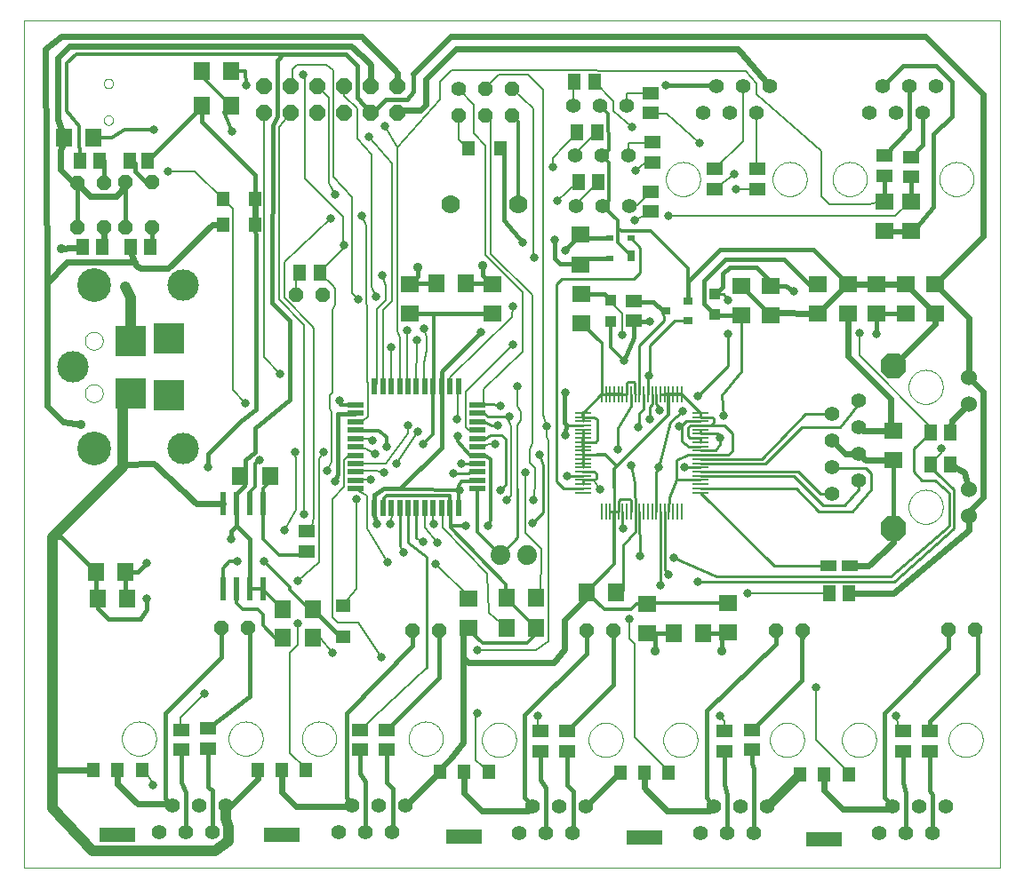
<source format=gtl>
G75*
%MOIN*%
%OFA0B0*%
%FSLAX24Y24*%
%IPPOS*%
%LPD*%
%AMOC8*
5,1,8,0,0,1.08239X$1,22.5*
%
%ADD10C,0.0000*%
%ADD11C,0.0554*%
%ADD12R,0.0630X0.0710*%
%ADD13R,0.0591X0.0512*%
%ADD14OC8,0.0520*%
%ADD15R,0.0512X0.0591*%
%ADD16R,0.0630X0.0709*%
%ADD17C,0.1181*%
%ADD18C,0.1266*%
%ADD19R,0.1181X0.1181*%
%ADD20R,0.0710X0.0630*%
%ADD21R,0.0709X0.0630*%
%ADD22R,0.0630X0.0098*%
%ADD23R,0.0098X0.0630*%
%ADD24R,0.0394X0.0394*%
%ADD25R,0.0354X0.0315*%
%ADD26R,0.0591X0.0394*%
%ADD27C,0.0740*%
%ADD28OC8,0.0600*%
%ADD29C,0.0560*%
%ADD30OC8,0.0560*%
%ADD31R,0.0472X0.0551*%
%ADD32C,0.0551*%
%ADD33R,0.1378X0.0551*%
%ADD34R,0.0276X0.0394*%
%ADD35R,0.0276X0.0236*%
%ADD36R,0.0591X0.0197*%
%ADD37R,0.0197X0.0591*%
%ADD38R,0.0551X0.0472*%
%ADD39OC8,0.0963*%
%ADD40C,0.0600*%
%ADD41C,0.0700*%
%ADD42R,0.0240X0.0870*%
%ADD43C,0.0356*%
%ADD44C,0.0240*%
%ADD45C,0.0160*%
%ADD46C,0.0180*%
%ADD47C,0.0317*%
%ADD48C,0.0400*%
%ADD49C,0.0120*%
%ADD50C,0.0100*%
%ADD51C,0.0320*%
%ADD52C,0.0080*%
D10*
X000100Y000100D02*
X000100Y031896D01*
X036670Y031896D01*
X036670Y000100D01*
X000100Y000100D01*
X003760Y004950D02*
X003762Y005000D01*
X003768Y005050D01*
X003778Y005099D01*
X003791Y005148D01*
X003809Y005195D01*
X003830Y005241D01*
X003854Y005284D01*
X003882Y005326D01*
X003913Y005366D01*
X003947Y005403D01*
X003984Y005437D01*
X004024Y005468D01*
X004066Y005496D01*
X004109Y005520D01*
X004155Y005541D01*
X004202Y005559D01*
X004251Y005572D01*
X004300Y005582D01*
X004350Y005588D01*
X004400Y005590D01*
X004450Y005588D01*
X004500Y005582D01*
X004549Y005572D01*
X004598Y005559D01*
X004645Y005541D01*
X004691Y005520D01*
X004734Y005496D01*
X004776Y005468D01*
X004816Y005437D01*
X004853Y005403D01*
X004887Y005366D01*
X004918Y005326D01*
X004946Y005284D01*
X004970Y005241D01*
X004991Y005195D01*
X005009Y005148D01*
X005022Y005099D01*
X005032Y005050D01*
X005038Y005000D01*
X005040Y004950D01*
X005038Y004900D01*
X005032Y004850D01*
X005022Y004801D01*
X005009Y004752D01*
X004991Y004705D01*
X004970Y004659D01*
X004946Y004616D01*
X004918Y004574D01*
X004887Y004534D01*
X004853Y004497D01*
X004816Y004463D01*
X004776Y004432D01*
X004734Y004404D01*
X004691Y004380D01*
X004645Y004359D01*
X004598Y004341D01*
X004549Y004328D01*
X004500Y004318D01*
X004450Y004312D01*
X004400Y004310D01*
X004350Y004312D01*
X004300Y004318D01*
X004251Y004328D01*
X004202Y004341D01*
X004155Y004359D01*
X004109Y004380D01*
X004066Y004404D01*
X004024Y004432D01*
X003984Y004463D01*
X003947Y004497D01*
X003913Y004534D01*
X003882Y004574D01*
X003854Y004616D01*
X003830Y004659D01*
X003809Y004705D01*
X003791Y004752D01*
X003778Y004801D01*
X003768Y004850D01*
X003762Y004900D01*
X003760Y004950D01*
X007760Y004950D02*
X007762Y005000D01*
X007768Y005050D01*
X007778Y005099D01*
X007791Y005148D01*
X007809Y005195D01*
X007830Y005241D01*
X007854Y005284D01*
X007882Y005326D01*
X007913Y005366D01*
X007947Y005403D01*
X007984Y005437D01*
X008024Y005468D01*
X008066Y005496D01*
X008109Y005520D01*
X008155Y005541D01*
X008202Y005559D01*
X008251Y005572D01*
X008300Y005582D01*
X008350Y005588D01*
X008400Y005590D01*
X008450Y005588D01*
X008500Y005582D01*
X008549Y005572D01*
X008598Y005559D01*
X008645Y005541D01*
X008691Y005520D01*
X008734Y005496D01*
X008776Y005468D01*
X008816Y005437D01*
X008853Y005403D01*
X008887Y005366D01*
X008918Y005326D01*
X008946Y005284D01*
X008970Y005241D01*
X008991Y005195D01*
X009009Y005148D01*
X009022Y005099D01*
X009032Y005050D01*
X009038Y005000D01*
X009040Y004950D01*
X009038Y004900D01*
X009032Y004850D01*
X009022Y004801D01*
X009009Y004752D01*
X008991Y004705D01*
X008970Y004659D01*
X008946Y004616D01*
X008918Y004574D01*
X008887Y004534D01*
X008853Y004497D01*
X008816Y004463D01*
X008776Y004432D01*
X008734Y004404D01*
X008691Y004380D01*
X008645Y004359D01*
X008598Y004341D01*
X008549Y004328D01*
X008500Y004318D01*
X008450Y004312D01*
X008400Y004310D01*
X008350Y004312D01*
X008300Y004318D01*
X008251Y004328D01*
X008202Y004341D01*
X008155Y004359D01*
X008109Y004380D01*
X008066Y004404D01*
X008024Y004432D01*
X007984Y004463D01*
X007947Y004497D01*
X007913Y004534D01*
X007882Y004574D01*
X007854Y004616D01*
X007830Y004659D01*
X007809Y004705D01*
X007791Y004752D01*
X007778Y004801D01*
X007768Y004850D01*
X007762Y004900D01*
X007760Y004950D01*
X010510Y004950D02*
X010512Y005000D01*
X010518Y005050D01*
X010528Y005099D01*
X010541Y005148D01*
X010559Y005195D01*
X010580Y005241D01*
X010604Y005284D01*
X010632Y005326D01*
X010663Y005366D01*
X010697Y005403D01*
X010734Y005437D01*
X010774Y005468D01*
X010816Y005496D01*
X010859Y005520D01*
X010905Y005541D01*
X010952Y005559D01*
X011001Y005572D01*
X011050Y005582D01*
X011100Y005588D01*
X011150Y005590D01*
X011200Y005588D01*
X011250Y005582D01*
X011299Y005572D01*
X011348Y005559D01*
X011395Y005541D01*
X011441Y005520D01*
X011484Y005496D01*
X011526Y005468D01*
X011566Y005437D01*
X011603Y005403D01*
X011637Y005366D01*
X011668Y005326D01*
X011696Y005284D01*
X011720Y005241D01*
X011741Y005195D01*
X011759Y005148D01*
X011772Y005099D01*
X011782Y005050D01*
X011788Y005000D01*
X011790Y004950D01*
X011788Y004900D01*
X011782Y004850D01*
X011772Y004801D01*
X011759Y004752D01*
X011741Y004705D01*
X011720Y004659D01*
X011696Y004616D01*
X011668Y004574D01*
X011637Y004534D01*
X011603Y004497D01*
X011566Y004463D01*
X011526Y004432D01*
X011484Y004404D01*
X011441Y004380D01*
X011395Y004359D01*
X011348Y004341D01*
X011299Y004328D01*
X011250Y004318D01*
X011200Y004312D01*
X011150Y004310D01*
X011100Y004312D01*
X011050Y004318D01*
X011001Y004328D01*
X010952Y004341D01*
X010905Y004359D01*
X010859Y004380D01*
X010816Y004404D01*
X010774Y004432D01*
X010734Y004463D01*
X010697Y004497D01*
X010663Y004534D01*
X010632Y004574D01*
X010604Y004616D01*
X010580Y004659D01*
X010559Y004705D01*
X010541Y004752D01*
X010528Y004801D01*
X010518Y004850D01*
X010512Y004900D01*
X010510Y004950D01*
X014510Y004950D02*
X014512Y005000D01*
X014518Y005050D01*
X014528Y005099D01*
X014541Y005148D01*
X014559Y005195D01*
X014580Y005241D01*
X014604Y005284D01*
X014632Y005326D01*
X014663Y005366D01*
X014697Y005403D01*
X014734Y005437D01*
X014774Y005468D01*
X014816Y005496D01*
X014859Y005520D01*
X014905Y005541D01*
X014952Y005559D01*
X015001Y005572D01*
X015050Y005582D01*
X015100Y005588D01*
X015150Y005590D01*
X015200Y005588D01*
X015250Y005582D01*
X015299Y005572D01*
X015348Y005559D01*
X015395Y005541D01*
X015441Y005520D01*
X015484Y005496D01*
X015526Y005468D01*
X015566Y005437D01*
X015603Y005403D01*
X015637Y005366D01*
X015668Y005326D01*
X015696Y005284D01*
X015720Y005241D01*
X015741Y005195D01*
X015759Y005148D01*
X015772Y005099D01*
X015782Y005050D01*
X015788Y005000D01*
X015790Y004950D01*
X015788Y004900D01*
X015782Y004850D01*
X015772Y004801D01*
X015759Y004752D01*
X015741Y004705D01*
X015720Y004659D01*
X015696Y004616D01*
X015668Y004574D01*
X015637Y004534D01*
X015603Y004497D01*
X015566Y004463D01*
X015526Y004432D01*
X015484Y004404D01*
X015441Y004380D01*
X015395Y004359D01*
X015348Y004341D01*
X015299Y004328D01*
X015250Y004318D01*
X015200Y004312D01*
X015150Y004310D01*
X015100Y004312D01*
X015050Y004318D01*
X015001Y004328D01*
X014952Y004341D01*
X014905Y004359D01*
X014859Y004380D01*
X014816Y004404D01*
X014774Y004432D01*
X014734Y004463D01*
X014697Y004497D01*
X014663Y004534D01*
X014632Y004574D01*
X014604Y004616D01*
X014580Y004659D01*
X014559Y004705D01*
X014541Y004752D01*
X014528Y004801D01*
X014518Y004850D01*
X014512Y004900D01*
X014510Y004950D01*
X017260Y004900D02*
X017262Y004950D01*
X017268Y005000D01*
X017278Y005049D01*
X017291Y005098D01*
X017309Y005145D01*
X017330Y005191D01*
X017354Y005234D01*
X017382Y005276D01*
X017413Y005316D01*
X017447Y005353D01*
X017484Y005387D01*
X017524Y005418D01*
X017566Y005446D01*
X017609Y005470D01*
X017655Y005491D01*
X017702Y005509D01*
X017751Y005522D01*
X017800Y005532D01*
X017850Y005538D01*
X017900Y005540D01*
X017950Y005538D01*
X018000Y005532D01*
X018049Y005522D01*
X018098Y005509D01*
X018145Y005491D01*
X018191Y005470D01*
X018234Y005446D01*
X018276Y005418D01*
X018316Y005387D01*
X018353Y005353D01*
X018387Y005316D01*
X018418Y005276D01*
X018446Y005234D01*
X018470Y005191D01*
X018491Y005145D01*
X018509Y005098D01*
X018522Y005049D01*
X018532Y005000D01*
X018538Y004950D01*
X018540Y004900D01*
X018538Y004850D01*
X018532Y004800D01*
X018522Y004751D01*
X018509Y004702D01*
X018491Y004655D01*
X018470Y004609D01*
X018446Y004566D01*
X018418Y004524D01*
X018387Y004484D01*
X018353Y004447D01*
X018316Y004413D01*
X018276Y004382D01*
X018234Y004354D01*
X018191Y004330D01*
X018145Y004309D01*
X018098Y004291D01*
X018049Y004278D01*
X018000Y004268D01*
X017950Y004262D01*
X017900Y004260D01*
X017850Y004262D01*
X017800Y004268D01*
X017751Y004278D01*
X017702Y004291D01*
X017655Y004309D01*
X017609Y004330D01*
X017566Y004354D01*
X017524Y004382D01*
X017484Y004413D01*
X017447Y004447D01*
X017413Y004484D01*
X017382Y004524D01*
X017354Y004566D01*
X017330Y004609D01*
X017309Y004655D01*
X017291Y004702D01*
X017278Y004751D01*
X017268Y004800D01*
X017262Y004850D01*
X017260Y004900D01*
X021260Y004900D02*
X021262Y004950D01*
X021268Y005000D01*
X021278Y005049D01*
X021291Y005098D01*
X021309Y005145D01*
X021330Y005191D01*
X021354Y005234D01*
X021382Y005276D01*
X021413Y005316D01*
X021447Y005353D01*
X021484Y005387D01*
X021524Y005418D01*
X021566Y005446D01*
X021609Y005470D01*
X021655Y005491D01*
X021702Y005509D01*
X021751Y005522D01*
X021800Y005532D01*
X021850Y005538D01*
X021900Y005540D01*
X021950Y005538D01*
X022000Y005532D01*
X022049Y005522D01*
X022098Y005509D01*
X022145Y005491D01*
X022191Y005470D01*
X022234Y005446D01*
X022276Y005418D01*
X022316Y005387D01*
X022353Y005353D01*
X022387Y005316D01*
X022418Y005276D01*
X022446Y005234D01*
X022470Y005191D01*
X022491Y005145D01*
X022509Y005098D01*
X022522Y005049D01*
X022532Y005000D01*
X022538Y004950D01*
X022540Y004900D01*
X022538Y004850D01*
X022532Y004800D01*
X022522Y004751D01*
X022509Y004702D01*
X022491Y004655D01*
X022470Y004609D01*
X022446Y004566D01*
X022418Y004524D01*
X022387Y004484D01*
X022353Y004447D01*
X022316Y004413D01*
X022276Y004382D01*
X022234Y004354D01*
X022191Y004330D01*
X022145Y004309D01*
X022098Y004291D01*
X022049Y004278D01*
X022000Y004268D01*
X021950Y004262D01*
X021900Y004260D01*
X021850Y004262D01*
X021800Y004268D01*
X021751Y004278D01*
X021702Y004291D01*
X021655Y004309D01*
X021609Y004330D01*
X021566Y004354D01*
X021524Y004382D01*
X021484Y004413D01*
X021447Y004447D01*
X021413Y004484D01*
X021382Y004524D01*
X021354Y004566D01*
X021330Y004609D01*
X021309Y004655D01*
X021291Y004702D01*
X021278Y004751D01*
X021268Y004800D01*
X021262Y004850D01*
X021260Y004900D01*
X024060Y004900D02*
X024062Y004950D01*
X024068Y005000D01*
X024078Y005049D01*
X024091Y005098D01*
X024109Y005145D01*
X024130Y005191D01*
X024154Y005234D01*
X024182Y005276D01*
X024213Y005316D01*
X024247Y005353D01*
X024284Y005387D01*
X024324Y005418D01*
X024366Y005446D01*
X024409Y005470D01*
X024455Y005491D01*
X024502Y005509D01*
X024551Y005522D01*
X024600Y005532D01*
X024650Y005538D01*
X024700Y005540D01*
X024750Y005538D01*
X024800Y005532D01*
X024849Y005522D01*
X024898Y005509D01*
X024945Y005491D01*
X024991Y005470D01*
X025034Y005446D01*
X025076Y005418D01*
X025116Y005387D01*
X025153Y005353D01*
X025187Y005316D01*
X025218Y005276D01*
X025246Y005234D01*
X025270Y005191D01*
X025291Y005145D01*
X025309Y005098D01*
X025322Y005049D01*
X025332Y005000D01*
X025338Y004950D01*
X025340Y004900D01*
X025338Y004850D01*
X025332Y004800D01*
X025322Y004751D01*
X025309Y004702D01*
X025291Y004655D01*
X025270Y004609D01*
X025246Y004566D01*
X025218Y004524D01*
X025187Y004484D01*
X025153Y004447D01*
X025116Y004413D01*
X025076Y004382D01*
X025034Y004354D01*
X024991Y004330D01*
X024945Y004309D01*
X024898Y004291D01*
X024849Y004278D01*
X024800Y004268D01*
X024750Y004262D01*
X024700Y004260D01*
X024650Y004262D01*
X024600Y004268D01*
X024551Y004278D01*
X024502Y004291D01*
X024455Y004309D01*
X024409Y004330D01*
X024366Y004354D01*
X024324Y004382D01*
X024284Y004413D01*
X024247Y004447D01*
X024213Y004484D01*
X024182Y004524D01*
X024154Y004566D01*
X024130Y004609D01*
X024109Y004655D01*
X024091Y004702D01*
X024078Y004751D01*
X024068Y004800D01*
X024062Y004850D01*
X024060Y004900D01*
X028060Y004900D02*
X028062Y004950D01*
X028068Y005000D01*
X028078Y005049D01*
X028091Y005098D01*
X028109Y005145D01*
X028130Y005191D01*
X028154Y005234D01*
X028182Y005276D01*
X028213Y005316D01*
X028247Y005353D01*
X028284Y005387D01*
X028324Y005418D01*
X028366Y005446D01*
X028409Y005470D01*
X028455Y005491D01*
X028502Y005509D01*
X028551Y005522D01*
X028600Y005532D01*
X028650Y005538D01*
X028700Y005540D01*
X028750Y005538D01*
X028800Y005532D01*
X028849Y005522D01*
X028898Y005509D01*
X028945Y005491D01*
X028991Y005470D01*
X029034Y005446D01*
X029076Y005418D01*
X029116Y005387D01*
X029153Y005353D01*
X029187Y005316D01*
X029218Y005276D01*
X029246Y005234D01*
X029270Y005191D01*
X029291Y005145D01*
X029309Y005098D01*
X029322Y005049D01*
X029332Y005000D01*
X029338Y004950D01*
X029340Y004900D01*
X029338Y004850D01*
X029332Y004800D01*
X029322Y004751D01*
X029309Y004702D01*
X029291Y004655D01*
X029270Y004609D01*
X029246Y004566D01*
X029218Y004524D01*
X029187Y004484D01*
X029153Y004447D01*
X029116Y004413D01*
X029076Y004382D01*
X029034Y004354D01*
X028991Y004330D01*
X028945Y004309D01*
X028898Y004291D01*
X028849Y004278D01*
X028800Y004268D01*
X028750Y004262D01*
X028700Y004260D01*
X028650Y004262D01*
X028600Y004268D01*
X028551Y004278D01*
X028502Y004291D01*
X028455Y004309D01*
X028409Y004330D01*
X028366Y004354D01*
X028324Y004382D01*
X028284Y004413D01*
X028247Y004447D01*
X028213Y004484D01*
X028182Y004524D01*
X028154Y004566D01*
X028130Y004609D01*
X028109Y004655D01*
X028091Y004702D01*
X028078Y004751D01*
X028068Y004800D01*
X028062Y004850D01*
X028060Y004900D01*
X030760Y004900D02*
X030762Y004950D01*
X030768Y005000D01*
X030778Y005049D01*
X030791Y005098D01*
X030809Y005145D01*
X030830Y005191D01*
X030854Y005234D01*
X030882Y005276D01*
X030913Y005316D01*
X030947Y005353D01*
X030984Y005387D01*
X031024Y005418D01*
X031066Y005446D01*
X031109Y005470D01*
X031155Y005491D01*
X031202Y005509D01*
X031251Y005522D01*
X031300Y005532D01*
X031350Y005538D01*
X031400Y005540D01*
X031450Y005538D01*
X031500Y005532D01*
X031549Y005522D01*
X031598Y005509D01*
X031645Y005491D01*
X031691Y005470D01*
X031734Y005446D01*
X031776Y005418D01*
X031816Y005387D01*
X031853Y005353D01*
X031887Y005316D01*
X031918Y005276D01*
X031946Y005234D01*
X031970Y005191D01*
X031991Y005145D01*
X032009Y005098D01*
X032022Y005049D01*
X032032Y005000D01*
X032038Y004950D01*
X032040Y004900D01*
X032038Y004850D01*
X032032Y004800D01*
X032022Y004751D01*
X032009Y004702D01*
X031991Y004655D01*
X031970Y004609D01*
X031946Y004566D01*
X031918Y004524D01*
X031887Y004484D01*
X031853Y004447D01*
X031816Y004413D01*
X031776Y004382D01*
X031734Y004354D01*
X031691Y004330D01*
X031645Y004309D01*
X031598Y004291D01*
X031549Y004278D01*
X031500Y004268D01*
X031450Y004262D01*
X031400Y004260D01*
X031350Y004262D01*
X031300Y004268D01*
X031251Y004278D01*
X031202Y004291D01*
X031155Y004309D01*
X031109Y004330D01*
X031066Y004354D01*
X031024Y004382D01*
X030984Y004413D01*
X030947Y004447D01*
X030913Y004484D01*
X030882Y004524D01*
X030854Y004566D01*
X030830Y004609D01*
X030809Y004655D01*
X030791Y004702D01*
X030778Y004751D01*
X030768Y004800D01*
X030762Y004850D01*
X030760Y004900D01*
X034760Y004900D02*
X034762Y004950D01*
X034768Y005000D01*
X034778Y005049D01*
X034791Y005098D01*
X034809Y005145D01*
X034830Y005191D01*
X034854Y005234D01*
X034882Y005276D01*
X034913Y005316D01*
X034947Y005353D01*
X034984Y005387D01*
X035024Y005418D01*
X035066Y005446D01*
X035109Y005470D01*
X035155Y005491D01*
X035202Y005509D01*
X035251Y005522D01*
X035300Y005532D01*
X035350Y005538D01*
X035400Y005540D01*
X035450Y005538D01*
X035500Y005532D01*
X035549Y005522D01*
X035598Y005509D01*
X035645Y005491D01*
X035691Y005470D01*
X035734Y005446D01*
X035776Y005418D01*
X035816Y005387D01*
X035853Y005353D01*
X035887Y005316D01*
X035918Y005276D01*
X035946Y005234D01*
X035970Y005191D01*
X035991Y005145D01*
X036009Y005098D01*
X036022Y005049D01*
X036032Y005000D01*
X036038Y004950D01*
X036040Y004900D01*
X036038Y004850D01*
X036032Y004800D01*
X036022Y004751D01*
X036009Y004702D01*
X035991Y004655D01*
X035970Y004609D01*
X035946Y004566D01*
X035918Y004524D01*
X035887Y004484D01*
X035853Y004447D01*
X035816Y004413D01*
X035776Y004382D01*
X035734Y004354D01*
X035691Y004330D01*
X035645Y004309D01*
X035598Y004291D01*
X035549Y004278D01*
X035500Y004268D01*
X035450Y004262D01*
X035400Y004260D01*
X035350Y004262D01*
X035300Y004268D01*
X035251Y004278D01*
X035202Y004291D01*
X035155Y004309D01*
X035109Y004330D01*
X035066Y004354D01*
X035024Y004382D01*
X034984Y004413D01*
X034947Y004447D01*
X034913Y004484D01*
X034882Y004524D01*
X034854Y004566D01*
X034830Y004609D01*
X034809Y004655D01*
X034791Y004702D01*
X034778Y004751D01*
X034768Y004800D01*
X034762Y004850D01*
X034760Y004900D01*
X033260Y013650D02*
X033262Y013700D01*
X033268Y013750D01*
X033278Y013799D01*
X033291Y013848D01*
X033309Y013895D01*
X033330Y013941D01*
X033354Y013984D01*
X033382Y014026D01*
X033413Y014066D01*
X033447Y014103D01*
X033484Y014137D01*
X033524Y014168D01*
X033566Y014196D01*
X033609Y014220D01*
X033655Y014241D01*
X033702Y014259D01*
X033751Y014272D01*
X033800Y014282D01*
X033850Y014288D01*
X033900Y014290D01*
X033950Y014288D01*
X034000Y014282D01*
X034049Y014272D01*
X034098Y014259D01*
X034145Y014241D01*
X034191Y014220D01*
X034234Y014196D01*
X034276Y014168D01*
X034316Y014137D01*
X034353Y014103D01*
X034387Y014066D01*
X034418Y014026D01*
X034446Y013984D01*
X034470Y013941D01*
X034491Y013895D01*
X034509Y013848D01*
X034522Y013799D01*
X034532Y013750D01*
X034538Y013700D01*
X034540Y013650D01*
X034538Y013600D01*
X034532Y013550D01*
X034522Y013501D01*
X034509Y013452D01*
X034491Y013405D01*
X034470Y013359D01*
X034446Y013316D01*
X034418Y013274D01*
X034387Y013234D01*
X034353Y013197D01*
X034316Y013163D01*
X034276Y013132D01*
X034234Y013104D01*
X034191Y013080D01*
X034145Y013059D01*
X034098Y013041D01*
X034049Y013028D01*
X034000Y013018D01*
X033950Y013012D01*
X033900Y013010D01*
X033850Y013012D01*
X033800Y013018D01*
X033751Y013028D01*
X033702Y013041D01*
X033655Y013059D01*
X033609Y013080D01*
X033566Y013104D01*
X033524Y013132D01*
X033484Y013163D01*
X033447Y013197D01*
X033413Y013234D01*
X033382Y013274D01*
X033354Y013316D01*
X033330Y013359D01*
X033309Y013405D01*
X033291Y013452D01*
X033278Y013501D01*
X033268Y013550D01*
X033262Y013600D01*
X033260Y013650D01*
X033260Y018150D02*
X033262Y018200D01*
X033268Y018250D01*
X033278Y018299D01*
X033291Y018348D01*
X033309Y018395D01*
X033330Y018441D01*
X033354Y018484D01*
X033382Y018526D01*
X033413Y018566D01*
X033447Y018603D01*
X033484Y018637D01*
X033524Y018668D01*
X033566Y018696D01*
X033609Y018720D01*
X033655Y018741D01*
X033702Y018759D01*
X033751Y018772D01*
X033800Y018782D01*
X033850Y018788D01*
X033900Y018790D01*
X033950Y018788D01*
X034000Y018782D01*
X034049Y018772D01*
X034098Y018759D01*
X034145Y018741D01*
X034191Y018720D01*
X034234Y018696D01*
X034276Y018668D01*
X034316Y018637D01*
X034353Y018603D01*
X034387Y018566D01*
X034418Y018526D01*
X034446Y018484D01*
X034470Y018441D01*
X034491Y018395D01*
X034509Y018348D01*
X034522Y018299D01*
X034532Y018250D01*
X034538Y018200D01*
X034540Y018150D01*
X034538Y018100D01*
X034532Y018050D01*
X034522Y018001D01*
X034509Y017952D01*
X034491Y017905D01*
X034470Y017859D01*
X034446Y017816D01*
X034418Y017774D01*
X034387Y017734D01*
X034353Y017697D01*
X034316Y017663D01*
X034276Y017632D01*
X034234Y017604D01*
X034191Y017580D01*
X034145Y017559D01*
X034098Y017541D01*
X034049Y017528D01*
X034000Y017518D01*
X033950Y017512D01*
X033900Y017510D01*
X033850Y017512D01*
X033800Y017518D01*
X033751Y017528D01*
X033702Y017541D01*
X033655Y017559D01*
X033609Y017580D01*
X033566Y017604D01*
X033524Y017632D01*
X033484Y017663D01*
X033447Y017697D01*
X033413Y017734D01*
X033382Y017774D01*
X033354Y017816D01*
X033330Y017859D01*
X033309Y017905D01*
X033291Y017952D01*
X033278Y018001D01*
X033268Y018050D01*
X033262Y018100D01*
X033260Y018150D01*
X034410Y025950D02*
X034412Y026000D01*
X034418Y026050D01*
X034428Y026099D01*
X034441Y026148D01*
X034459Y026195D01*
X034480Y026241D01*
X034504Y026284D01*
X034532Y026326D01*
X034563Y026366D01*
X034597Y026403D01*
X034634Y026437D01*
X034674Y026468D01*
X034716Y026496D01*
X034759Y026520D01*
X034805Y026541D01*
X034852Y026559D01*
X034901Y026572D01*
X034950Y026582D01*
X035000Y026588D01*
X035050Y026590D01*
X035100Y026588D01*
X035150Y026582D01*
X035199Y026572D01*
X035248Y026559D01*
X035295Y026541D01*
X035341Y026520D01*
X035384Y026496D01*
X035426Y026468D01*
X035466Y026437D01*
X035503Y026403D01*
X035537Y026366D01*
X035568Y026326D01*
X035596Y026284D01*
X035620Y026241D01*
X035641Y026195D01*
X035659Y026148D01*
X035672Y026099D01*
X035682Y026050D01*
X035688Y026000D01*
X035690Y025950D01*
X035688Y025900D01*
X035682Y025850D01*
X035672Y025801D01*
X035659Y025752D01*
X035641Y025705D01*
X035620Y025659D01*
X035596Y025616D01*
X035568Y025574D01*
X035537Y025534D01*
X035503Y025497D01*
X035466Y025463D01*
X035426Y025432D01*
X035384Y025404D01*
X035341Y025380D01*
X035295Y025359D01*
X035248Y025341D01*
X035199Y025328D01*
X035150Y025318D01*
X035100Y025312D01*
X035050Y025310D01*
X035000Y025312D01*
X034950Y025318D01*
X034901Y025328D01*
X034852Y025341D01*
X034805Y025359D01*
X034759Y025380D01*
X034716Y025404D01*
X034674Y025432D01*
X034634Y025463D01*
X034597Y025497D01*
X034563Y025534D01*
X034532Y025574D01*
X034504Y025616D01*
X034480Y025659D01*
X034459Y025705D01*
X034441Y025752D01*
X034428Y025801D01*
X034418Y025850D01*
X034412Y025900D01*
X034410Y025950D01*
X030410Y025950D02*
X030412Y026000D01*
X030418Y026050D01*
X030428Y026099D01*
X030441Y026148D01*
X030459Y026195D01*
X030480Y026241D01*
X030504Y026284D01*
X030532Y026326D01*
X030563Y026366D01*
X030597Y026403D01*
X030634Y026437D01*
X030674Y026468D01*
X030716Y026496D01*
X030759Y026520D01*
X030805Y026541D01*
X030852Y026559D01*
X030901Y026572D01*
X030950Y026582D01*
X031000Y026588D01*
X031050Y026590D01*
X031100Y026588D01*
X031150Y026582D01*
X031199Y026572D01*
X031248Y026559D01*
X031295Y026541D01*
X031341Y026520D01*
X031384Y026496D01*
X031426Y026468D01*
X031466Y026437D01*
X031503Y026403D01*
X031537Y026366D01*
X031568Y026326D01*
X031596Y026284D01*
X031620Y026241D01*
X031641Y026195D01*
X031659Y026148D01*
X031672Y026099D01*
X031682Y026050D01*
X031688Y026000D01*
X031690Y025950D01*
X031688Y025900D01*
X031682Y025850D01*
X031672Y025801D01*
X031659Y025752D01*
X031641Y025705D01*
X031620Y025659D01*
X031596Y025616D01*
X031568Y025574D01*
X031537Y025534D01*
X031503Y025497D01*
X031466Y025463D01*
X031426Y025432D01*
X031384Y025404D01*
X031341Y025380D01*
X031295Y025359D01*
X031248Y025341D01*
X031199Y025328D01*
X031150Y025318D01*
X031100Y025312D01*
X031050Y025310D01*
X031000Y025312D01*
X030950Y025318D01*
X030901Y025328D01*
X030852Y025341D01*
X030805Y025359D01*
X030759Y025380D01*
X030716Y025404D01*
X030674Y025432D01*
X030634Y025463D01*
X030597Y025497D01*
X030563Y025534D01*
X030532Y025574D01*
X030504Y025616D01*
X030480Y025659D01*
X030459Y025705D01*
X030441Y025752D01*
X030428Y025801D01*
X030418Y025850D01*
X030412Y025900D01*
X030410Y025950D01*
X028160Y025950D02*
X028162Y026000D01*
X028168Y026050D01*
X028178Y026099D01*
X028191Y026148D01*
X028209Y026195D01*
X028230Y026241D01*
X028254Y026284D01*
X028282Y026326D01*
X028313Y026366D01*
X028347Y026403D01*
X028384Y026437D01*
X028424Y026468D01*
X028466Y026496D01*
X028509Y026520D01*
X028555Y026541D01*
X028602Y026559D01*
X028651Y026572D01*
X028700Y026582D01*
X028750Y026588D01*
X028800Y026590D01*
X028850Y026588D01*
X028900Y026582D01*
X028949Y026572D01*
X028998Y026559D01*
X029045Y026541D01*
X029091Y026520D01*
X029134Y026496D01*
X029176Y026468D01*
X029216Y026437D01*
X029253Y026403D01*
X029287Y026366D01*
X029318Y026326D01*
X029346Y026284D01*
X029370Y026241D01*
X029391Y026195D01*
X029409Y026148D01*
X029422Y026099D01*
X029432Y026050D01*
X029438Y026000D01*
X029440Y025950D01*
X029438Y025900D01*
X029432Y025850D01*
X029422Y025801D01*
X029409Y025752D01*
X029391Y025705D01*
X029370Y025659D01*
X029346Y025616D01*
X029318Y025574D01*
X029287Y025534D01*
X029253Y025497D01*
X029216Y025463D01*
X029176Y025432D01*
X029134Y025404D01*
X029091Y025380D01*
X029045Y025359D01*
X028998Y025341D01*
X028949Y025328D01*
X028900Y025318D01*
X028850Y025312D01*
X028800Y025310D01*
X028750Y025312D01*
X028700Y025318D01*
X028651Y025328D01*
X028602Y025341D01*
X028555Y025359D01*
X028509Y025380D01*
X028466Y025404D01*
X028424Y025432D01*
X028384Y025463D01*
X028347Y025497D01*
X028313Y025534D01*
X028282Y025574D01*
X028254Y025616D01*
X028230Y025659D01*
X028209Y025705D01*
X028191Y025752D01*
X028178Y025801D01*
X028168Y025850D01*
X028162Y025900D01*
X028160Y025950D01*
X024160Y025950D02*
X024162Y026000D01*
X024168Y026050D01*
X024178Y026099D01*
X024191Y026148D01*
X024209Y026195D01*
X024230Y026241D01*
X024254Y026284D01*
X024282Y026326D01*
X024313Y026366D01*
X024347Y026403D01*
X024384Y026437D01*
X024424Y026468D01*
X024466Y026496D01*
X024509Y026520D01*
X024555Y026541D01*
X024602Y026559D01*
X024651Y026572D01*
X024700Y026582D01*
X024750Y026588D01*
X024800Y026590D01*
X024850Y026588D01*
X024900Y026582D01*
X024949Y026572D01*
X024998Y026559D01*
X025045Y026541D01*
X025091Y026520D01*
X025134Y026496D01*
X025176Y026468D01*
X025216Y026437D01*
X025253Y026403D01*
X025287Y026366D01*
X025318Y026326D01*
X025346Y026284D01*
X025370Y026241D01*
X025391Y026195D01*
X025409Y026148D01*
X025422Y026099D01*
X025432Y026050D01*
X025438Y026000D01*
X025440Y025950D01*
X025438Y025900D01*
X025432Y025850D01*
X025422Y025801D01*
X025409Y025752D01*
X025391Y025705D01*
X025370Y025659D01*
X025346Y025616D01*
X025318Y025574D01*
X025287Y025534D01*
X025253Y025497D01*
X025216Y025463D01*
X025176Y025432D01*
X025134Y025404D01*
X025091Y025380D01*
X025045Y025359D01*
X024998Y025341D01*
X024949Y025328D01*
X024900Y025318D01*
X024850Y025312D01*
X024800Y025310D01*
X024750Y025312D01*
X024700Y025318D01*
X024651Y025328D01*
X024602Y025341D01*
X024555Y025359D01*
X024509Y025380D01*
X024466Y025404D01*
X024424Y025432D01*
X024384Y025463D01*
X024347Y025497D01*
X024313Y025534D01*
X024282Y025574D01*
X024254Y025616D01*
X024230Y025659D01*
X024209Y025705D01*
X024191Y025752D01*
X024178Y025801D01*
X024168Y025850D01*
X024162Y025900D01*
X024160Y025950D01*
X003073Y028161D02*
X003075Y028187D01*
X003081Y028213D01*
X003091Y028238D01*
X003104Y028261D01*
X003120Y028281D01*
X003140Y028299D01*
X003162Y028314D01*
X003185Y028326D01*
X003211Y028334D01*
X003237Y028338D01*
X003263Y028338D01*
X003289Y028334D01*
X003315Y028326D01*
X003339Y028314D01*
X003360Y028299D01*
X003380Y028281D01*
X003396Y028261D01*
X003409Y028238D01*
X003419Y028213D01*
X003425Y028187D01*
X003427Y028161D01*
X003425Y028135D01*
X003419Y028109D01*
X003409Y028084D01*
X003396Y028061D01*
X003380Y028041D01*
X003360Y028023D01*
X003338Y028008D01*
X003315Y027996D01*
X003289Y027988D01*
X003263Y027984D01*
X003237Y027984D01*
X003211Y027988D01*
X003185Y027996D01*
X003161Y028008D01*
X003140Y028023D01*
X003120Y028041D01*
X003104Y028061D01*
X003091Y028084D01*
X003081Y028109D01*
X003075Y028135D01*
X003073Y028161D01*
X003073Y029539D02*
X003075Y029565D01*
X003081Y029591D01*
X003091Y029616D01*
X003104Y029639D01*
X003120Y029659D01*
X003140Y029677D01*
X003162Y029692D01*
X003185Y029704D01*
X003211Y029712D01*
X003237Y029716D01*
X003263Y029716D01*
X003289Y029712D01*
X003315Y029704D01*
X003339Y029692D01*
X003360Y029677D01*
X003380Y029659D01*
X003396Y029639D01*
X003409Y029616D01*
X003419Y029591D01*
X003425Y029565D01*
X003427Y029539D01*
X003425Y029513D01*
X003419Y029487D01*
X003409Y029462D01*
X003396Y029439D01*
X003380Y029419D01*
X003360Y029401D01*
X003338Y029386D01*
X003315Y029374D01*
X003289Y029366D01*
X003263Y029362D01*
X003237Y029362D01*
X003211Y029366D01*
X003185Y029374D01*
X003161Y029386D01*
X003140Y029401D01*
X003120Y029419D01*
X003104Y029439D01*
X003091Y029462D01*
X003081Y029487D01*
X003075Y029513D01*
X003073Y029539D01*
X002369Y019884D02*
X002371Y019920D01*
X002377Y019956D01*
X002387Y019991D01*
X002400Y020025D01*
X002417Y020057D01*
X002437Y020087D01*
X002461Y020114D01*
X002487Y020139D01*
X002516Y020161D01*
X002547Y020180D01*
X002580Y020195D01*
X002614Y020207D01*
X002650Y020215D01*
X002686Y020219D01*
X002722Y020219D01*
X002758Y020215D01*
X002794Y020207D01*
X002828Y020195D01*
X002861Y020180D01*
X002892Y020161D01*
X002921Y020139D01*
X002947Y020114D01*
X002971Y020087D01*
X002991Y020057D01*
X003008Y020025D01*
X003021Y019991D01*
X003031Y019956D01*
X003037Y019920D01*
X003039Y019884D01*
X003037Y019848D01*
X003031Y019812D01*
X003021Y019777D01*
X003008Y019743D01*
X002991Y019711D01*
X002971Y019681D01*
X002947Y019654D01*
X002921Y019629D01*
X002892Y019607D01*
X002861Y019588D01*
X002828Y019573D01*
X002794Y019561D01*
X002758Y019553D01*
X002722Y019549D01*
X002686Y019549D01*
X002650Y019553D01*
X002614Y019561D01*
X002580Y019573D01*
X002547Y019588D01*
X002516Y019607D01*
X002487Y019629D01*
X002461Y019654D01*
X002437Y019681D01*
X002417Y019711D01*
X002400Y019743D01*
X002387Y019777D01*
X002377Y019812D01*
X002371Y019848D01*
X002369Y019884D01*
X002369Y017916D02*
X002371Y017952D01*
X002377Y017988D01*
X002387Y018023D01*
X002400Y018057D01*
X002417Y018089D01*
X002437Y018119D01*
X002461Y018146D01*
X002487Y018171D01*
X002516Y018193D01*
X002547Y018212D01*
X002580Y018227D01*
X002614Y018239D01*
X002650Y018247D01*
X002686Y018251D01*
X002722Y018251D01*
X002758Y018247D01*
X002794Y018239D01*
X002828Y018227D01*
X002861Y018212D01*
X002892Y018193D01*
X002921Y018171D01*
X002947Y018146D01*
X002971Y018119D01*
X002991Y018089D01*
X003008Y018057D01*
X003021Y018023D01*
X003031Y017988D01*
X003037Y017952D01*
X003039Y017916D01*
X003037Y017880D01*
X003031Y017844D01*
X003021Y017809D01*
X003008Y017775D01*
X002991Y017743D01*
X002971Y017713D01*
X002947Y017686D01*
X002921Y017661D01*
X002892Y017639D01*
X002861Y017620D01*
X002828Y017605D01*
X002794Y017593D01*
X002758Y017585D01*
X002722Y017581D01*
X002686Y017581D01*
X002650Y017585D01*
X002614Y017593D01*
X002580Y017605D01*
X002547Y017620D01*
X002516Y017639D01*
X002487Y017661D01*
X002461Y017686D01*
X002437Y017713D01*
X002417Y017743D01*
X002400Y017775D01*
X002387Y017809D01*
X002377Y017844D01*
X002371Y017880D01*
X002369Y017916D01*
D11*
X005650Y002450D03*
X006650Y002450D03*
X007650Y002450D03*
X007150Y001450D03*
X006150Y001450D03*
X005150Y001450D03*
X011900Y001450D03*
X012900Y001450D03*
X013900Y001450D03*
X013400Y002450D03*
X014400Y002450D03*
X012400Y002450D03*
X018650Y001400D03*
X019650Y001400D03*
X020650Y001400D03*
X020150Y002400D03*
X021150Y002400D03*
X019150Y002400D03*
X025450Y001400D03*
X026450Y001400D03*
X027450Y001400D03*
X026950Y002400D03*
X025950Y002400D03*
X027950Y002400D03*
X032150Y001400D03*
X033150Y001400D03*
X034150Y001400D03*
X033650Y002400D03*
X032650Y002400D03*
X034650Y002400D03*
X030400Y014150D03*
X031400Y014650D03*
X030400Y015150D03*
X031400Y015650D03*
X030400Y016150D03*
X031400Y016650D03*
X030400Y017150D03*
X031400Y017650D03*
X031800Y028450D03*
X032800Y028450D03*
X033800Y028450D03*
X033300Y029450D03*
X032300Y029450D03*
X034300Y029450D03*
X028050Y029450D03*
X027050Y029450D03*
X026050Y029450D03*
X025550Y028450D03*
X026550Y028450D03*
X027550Y028450D03*
D12*
X016660Y022050D03*
X015540Y022050D03*
X009310Y014800D03*
X008190Y014800D03*
X009790Y009800D03*
X009790Y008750D03*
X010910Y008750D03*
X010910Y009800D03*
X024440Y008900D03*
X025560Y008900D03*
D13*
X026350Y005224D03*
X027400Y005274D03*
X027400Y004526D03*
X026350Y004476D03*
X020450Y004476D03*
X020450Y005224D03*
X019450Y005224D03*
X019450Y004476D03*
X013700Y004526D03*
X013700Y005274D03*
X012700Y005274D03*
X012700Y004526D03*
X007000Y004576D03*
X007000Y005324D03*
X006000Y005274D03*
X006000Y004526D03*
X010700Y011976D03*
X010700Y012724D03*
X022950Y020626D03*
X022950Y021374D03*
X023600Y024726D03*
X023600Y025474D03*
X023650Y026576D03*
X023650Y027324D03*
X023600Y028426D03*
X023600Y029174D03*
X026000Y026324D03*
X026000Y025576D03*
X027600Y025576D03*
X027600Y026324D03*
X032350Y026076D03*
X032350Y026824D03*
X033350Y026774D03*
X033350Y026026D03*
X033050Y005224D03*
X034050Y005224D03*
X034050Y004476D03*
X033050Y004476D03*
D14*
X034750Y009050D03*
X035750Y009050D03*
X029300Y009000D03*
X028300Y009000D03*
X022200Y009000D03*
X021200Y009000D03*
X015650Y009000D03*
X014650Y009000D03*
X008500Y009100D03*
X007500Y009100D03*
X010300Y021600D03*
X011300Y021600D03*
X004900Y024150D03*
X003900Y024150D03*
X003100Y024150D03*
X002100Y024150D03*
X002100Y025800D03*
X003100Y025800D03*
X003900Y025850D03*
X004900Y025850D03*
D15*
X004735Y026650D03*
X004065Y026650D03*
X002924Y026650D03*
X002176Y026650D03*
X002276Y023400D03*
X003024Y023400D03*
X004076Y023400D03*
X004824Y023400D03*
X010426Y022450D03*
X011174Y022450D03*
X020726Y029600D03*
X021474Y029600D03*
X021574Y027700D03*
X020826Y027700D03*
X020876Y025850D03*
X021624Y025850D03*
X034076Y016450D03*
X034824Y016450D03*
X034824Y015250D03*
X034076Y015250D03*
X031024Y010400D03*
X030276Y010400D03*
D16*
X022301Y010450D03*
X021199Y010450D03*
X019301Y010250D03*
X018199Y010250D03*
X018199Y009100D03*
X019301Y009100D03*
X003951Y010200D03*
X002849Y010200D03*
X002799Y011200D03*
X003901Y011200D03*
X002701Y027500D03*
X001599Y027500D03*
X006749Y028700D03*
X007851Y028700D03*
X007851Y030000D03*
X006749Y030000D03*
D17*
X006050Y021971D03*
X001916Y018900D03*
X006050Y015829D03*
D18*
X002704Y015829D03*
X002704Y021971D03*
D19*
X004081Y019884D03*
X005519Y019963D03*
X005519Y017837D03*
X004081Y017916D03*
D20*
X016750Y010210D03*
X016750Y009090D03*
X020950Y022740D03*
X020950Y023860D03*
X032350Y023990D03*
X033350Y023990D03*
X033350Y025110D03*
X032350Y025110D03*
D21*
X032050Y022001D03*
X031000Y022001D03*
X029850Y022001D03*
X029850Y020899D03*
X031000Y020899D03*
X032050Y020899D03*
X033150Y020899D03*
X034250Y020899D03*
X034250Y022001D03*
X033150Y022001D03*
X028100Y021951D03*
X027000Y021951D03*
X027000Y020849D03*
X028100Y020849D03*
X032700Y016501D03*
X032700Y015399D03*
X026500Y010051D03*
X026500Y008949D03*
X023450Y008899D03*
X023450Y010001D03*
X021000Y020549D03*
X021000Y021651D03*
X017650Y022001D03*
X017650Y020899D03*
X014550Y020899D03*
X014550Y022001D03*
D22*
X021039Y017176D03*
X021039Y017019D03*
X021039Y016861D03*
X021039Y016704D03*
X021039Y016546D03*
X021039Y016389D03*
X021039Y016232D03*
X021039Y016074D03*
X021039Y015917D03*
X021039Y015759D03*
X021039Y015602D03*
X021039Y015444D03*
X021039Y015287D03*
X021039Y015129D03*
X021039Y014972D03*
X021039Y014814D03*
X021039Y014657D03*
X021039Y014499D03*
X021039Y014342D03*
X021039Y014184D03*
X025449Y014184D03*
X025449Y014342D03*
X025449Y014499D03*
X025449Y014657D03*
X025449Y014814D03*
X025449Y014972D03*
X025449Y015129D03*
X025449Y015287D03*
X025449Y015444D03*
X025449Y015602D03*
X025449Y015759D03*
X025449Y015917D03*
X025449Y016074D03*
X025449Y016232D03*
X025449Y016389D03*
X025449Y016546D03*
X025449Y016704D03*
X025449Y016861D03*
X025449Y017019D03*
X025449Y017176D03*
D23*
X024740Y017885D03*
X024583Y017885D03*
X024425Y017885D03*
X024268Y017885D03*
X024110Y017885D03*
X023953Y017885D03*
X023795Y017885D03*
X023638Y017885D03*
X023480Y017885D03*
X023323Y017885D03*
X023165Y017885D03*
X023008Y017885D03*
X022850Y017885D03*
X022693Y017885D03*
X022535Y017885D03*
X022378Y017885D03*
X022220Y017885D03*
X022063Y017885D03*
X021905Y017885D03*
X021748Y017885D03*
X021748Y013476D03*
X021905Y013476D03*
X022063Y013476D03*
X022220Y013476D03*
X022378Y013476D03*
X022535Y013476D03*
X022693Y013476D03*
X022850Y013476D03*
X023008Y013476D03*
X023165Y013476D03*
X023323Y013476D03*
X023480Y013476D03*
X023638Y013476D03*
X023795Y013476D03*
X023953Y013476D03*
X024110Y013476D03*
X024268Y013476D03*
X024425Y013476D03*
X024583Y013476D03*
X024740Y013476D03*
D24*
X022100Y020606D03*
X022100Y021394D03*
X026000Y021644D03*
X026000Y020856D03*
D25*
X024994Y020626D03*
X024994Y021374D03*
X024167Y021000D03*
D26*
X030236Y011450D03*
X031064Y011450D03*
D27*
X018950Y011850D03*
X017950Y011850D03*
D28*
X014100Y028450D03*
X013100Y028450D03*
X012100Y028450D03*
X011100Y028450D03*
X010100Y028450D03*
X009100Y028450D03*
X009100Y029450D03*
X010100Y029450D03*
X011100Y029450D03*
X012100Y029450D03*
X013100Y029450D03*
X014100Y029450D03*
D29*
X016400Y029350D03*
D30*
X016400Y028350D03*
X017400Y028350D03*
X018400Y028350D03*
X018400Y029350D03*
X017400Y029350D03*
D31*
X017941Y027100D03*
X016759Y027100D03*
X008741Y025200D03*
X008741Y024250D03*
X007559Y024250D03*
X007559Y025200D03*
X008840Y003770D03*
X009750Y003770D03*
X010660Y003770D03*
X015690Y003720D03*
X016600Y003720D03*
X017510Y003720D03*
X022440Y003670D03*
X023350Y003670D03*
X024260Y003670D03*
X029190Y003620D03*
X030100Y003620D03*
X031010Y003620D03*
X004510Y003770D03*
X003600Y003770D03*
X002690Y003770D03*
D32*
X020800Y024950D03*
X021800Y024950D03*
X022800Y024950D03*
X022750Y026850D03*
X021750Y026850D03*
X020750Y026850D03*
X020700Y028700D03*
X021700Y028700D03*
X022700Y028700D03*
D33*
X016600Y001280D03*
X023350Y001230D03*
X030100Y001180D03*
X009750Y001330D03*
X003600Y001330D03*
D34*
X022844Y023055D03*
D35*
X022844Y023724D03*
X022056Y023724D03*
X022056Y022976D03*
D36*
X017083Y017475D03*
X017083Y017160D03*
X017083Y016845D03*
X017083Y016530D03*
X017083Y016215D03*
X017083Y015900D03*
X017083Y015585D03*
X017083Y015270D03*
X017083Y014955D03*
X017083Y014640D03*
X017083Y014325D03*
X012517Y014325D03*
X012517Y014640D03*
X012517Y014955D03*
X012517Y015270D03*
X012517Y015585D03*
X012517Y015900D03*
X012517Y016215D03*
X012517Y016530D03*
X012517Y016845D03*
X012517Y017160D03*
X012517Y017475D03*
D37*
X013225Y018183D03*
X013540Y018183D03*
X013855Y018183D03*
X014170Y018183D03*
X014485Y018183D03*
X014800Y018183D03*
X015115Y018183D03*
X015430Y018183D03*
X015745Y018183D03*
X016060Y018183D03*
X016375Y018183D03*
X016375Y013617D03*
X016060Y013617D03*
X015745Y013617D03*
X015430Y013617D03*
X015115Y013617D03*
X014800Y013617D03*
X014485Y013617D03*
X014170Y013617D03*
X013855Y013617D03*
X013540Y013617D03*
X013225Y013617D03*
D38*
X012050Y009941D03*
X012050Y008759D03*
D39*
X032699Y012851D03*
X032699Y018949D03*
D40*
X035506Y018508D03*
X035506Y017508D03*
X035506Y014292D03*
X035506Y013292D03*
D41*
X018630Y025000D03*
X016070Y025000D03*
D42*
X009050Y013755D03*
X008550Y013755D03*
X008050Y013755D03*
X007550Y013755D03*
X007550Y010570D03*
X008050Y010570D03*
X008550Y010570D03*
X009050Y010570D03*
D43*
X002232Y016750D03*
X003900Y021900D03*
X001500Y023350D03*
X014850Y022650D03*
X017300Y022700D03*
X023750Y008250D03*
X026250Y008250D03*
D44*
X021199Y010249D02*
X020350Y009400D01*
X020350Y008300D01*
X019950Y007800D01*
X016750Y007800D01*
X016550Y008000D01*
X016550Y004800D01*
X016100Y004200D01*
X015700Y003800D01*
X015700Y003700D01*
X015690Y003720D02*
X015670Y003720D01*
X014400Y002450D01*
X012400Y002450D02*
X012350Y002400D01*
X010300Y002400D01*
X009750Y002950D01*
X009750Y003770D01*
X008840Y003770D02*
X008840Y003440D01*
X007850Y002450D01*
X007650Y002450D01*
X005650Y002450D02*
X005600Y002500D01*
X004350Y002500D01*
X003600Y003250D01*
X003600Y003770D01*
X002690Y003770D02*
X001170Y003770D01*
X001150Y003750D01*
X006545Y013760D02*
X007550Y013755D01*
X006545Y013760D02*
X004960Y015260D01*
X003800Y015250D01*
X002232Y016750D02*
X001550Y016850D01*
X000950Y017450D01*
X000950Y022050D01*
X001700Y022850D01*
X004250Y022850D01*
X004300Y022700D01*
X004450Y022600D01*
X005500Y022600D01*
X007150Y024250D01*
X007559Y024250D01*
X008741Y024250D02*
X008741Y025200D01*
X013100Y028450D02*
X013150Y028450D01*
X014100Y028450D02*
X014200Y028550D01*
X014950Y028550D01*
X015150Y028750D01*
X015150Y029700D01*
X016300Y030850D01*
X026850Y030850D01*
X028050Y029450D01*
X033900Y031300D02*
X036050Y029150D01*
X036050Y023801D01*
X034250Y022001D01*
X035506Y020745D01*
X035506Y018508D01*
X036050Y017965D01*
X036050Y014000D01*
X035506Y013456D01*
X035506Y013292D01*
X035506Y012756D01*
X032700Y010400D01*
X031024Y010400D01*
X031064Y011450D02*
X031750Y011450D01*
X032699Y012299D01*
X032699Y012851D01*
X035506Y014292D02*
X035368Y014940D01*
X034824Y015250D01*
X034824Y016450D02*
X034898Y016900D01*
X035506Y017508D01*
X032600Y017700D02*
X032600Y016601D01*
X032700Y016501D01*
X031549Y016501D01*
X031400Y016650D01*
X030900Y015650D02*
X030400Y016150D01*
X030900Y015650D02*
X031400Y015650D01*
X031651Y015399D01*
X032700Y015399D01*
X032600Y017700D02*
X031000Y019300D01*
X031000Y020899D01*
X030952Y022001D02*
X029850Y020899D01*
X028200Y020949D01*
X028100Y020849D01*
X030952Y022001D02*
X031000Y022001D01*
X032050Y022001D01*
X033150Y022001D01*
X034250Y020901D01*
X034250Y020899D01*
X034250Y020500D01*
X032699Y018949D01*
X021199Y010450D02*
X021199Y010249D01*
X016750Y009090D02*
X016550Y008890D01*
X016550Y008000D01*
X016600Y003720D02*
X016600Y002900D01*
X017250Y002250D01*
X019000Y002250D01*
X019150Y002400D01*
X021150Y002400D02*
X022420Y003670D01*
X022440Y003670D01*
X023350Y003670D02*
X023350Y003100D01*
X024200Y002250D01*
X025800Y002250D01*
X025950Y002400D01*
X029170Y003620D02*
X029190Y003620D01*
X030100Y003620D02*
X030100Y003000D01*
X030800Y002300D01*
X032550Y002300D01*
X032650Y002400D01*
X008350Y014740D02*
X008190Y014800D01*
X000950Y022050D02*
X000900Y030850D01*
X001500Y031300D01*
X012750Y031300D01*
X014100Y029950D01*
X014100Y029450D01*
X014700Y029900D02*
X016100Y031300D01*
X033900Y031300D01*
X013100Y030250D02*
X013100Y029450D01*
X013100Y030250D02*
X013050Y030300D01*
X012350Y030950D01*
X001800Y030950D01*
X001350Y030500D01*
X001350Y028200D01*
X001599Y027500D01*
X001599Y027451D01*
X001650Y027350D01*
X001600Y027350D01*
X001450Y027050D01*
X001450Y026300D01*
X001950Y025800D01*
X002100Y025800D01*
X002550Y025300D01*
X003550Y025300D01*
X003900Y025700D01*
X003900Y025850D01*
X003100Y024150D02*
X003100Y023476D01*
X003024Y023400D01*
X002276Y023400D02*
X001500Y023350D01*
X004050Y023276D02*
X004300Y022700D01*
X004050Y023276D02*
X004076Y023400D01*
D45*
X004824Y023400D02*
X004900Y023476D01*
X004900Y024150D01*
X003900Y024150D02*
X003900Y025850D01*
X004250Y026250D02*
X004650Y025850D01*
X004900Y025850D01*
X004250Y026250D02*
X004250Y026550D01*
X004150Y026650D01*
X004065Y026650D01*
X004735Y026650D02*
X006749Y028664D01*
X006749Y028700D01*
X006749Y028664D02*
X006749Y028101D01*
X008750Y026100D01*
X008750Y025209D01*
X008741Y025200D01*
X003100Y025800D02*
X003100Y026650D01*
X002924Y026650D01*
X002176Y026650D02*
X002050Y026650D01*
X002100Y025800D02*
X002100Y024150D01*
X008230Y016860D02*
X007000Y015630D01*
X007000Y015150D01*
X010526Y012150D02*
X010700Y011976D01*
X010910Y009800D02*
X011950Y008759D01*
X012050Y008759D01*
X009790Y008750D02*
X009750Y008750D01*
X008550Y009050D02*
X008500Y009100D01*
X008550Y009050D02*
X008550Y006550D01*
X007000Y005324D01*
X007000Y004576D02*
X007000Y003150D01*
X007150Y003000D01*
X007150Y001450D01*
X006150Y001450D02*
X006150Y002950D01*
X006000Y003300D01*
X006000Y004526D01*
X005400Y005900D02*
X005400Y002700D01*
X005650Y002450D01*
X005400Y005900D02*
X007500Y008000D01*
X007500Y009100D01*
X004700Y009800D02*
X004450Y009450D01*
X003250Y009450D01*
X002849Y009851D01*
X002849Y010200D01*
X002799Y010250D01*
X002799Y011200D01*
X001499Y012500D01*
X001150Y012500D01*
X003901Y011200D02*
X003901Y010250D01*
X003951Y010200D01*
X004700Y010200D02*
X004700Y009800D01*
X004350Y011200D02*
X003901Y011200D01*
X004350Y011200D02*
X004700Y011550D01*
X012200Y005900D02*
X012200Y002750D01*
X012400Y002450D01*
X012900Y003350D02*
X012900Y001450D01*
X013900Y001450D02*
X013910Y001510D01*
X013910Y003060D01*
X013700Y003300D01*
X013700Y004526D01*
X013700Y005274D02*
X015650Y007224D01*
X015650Y009000D01*
X014650Y009000D02*
X014650Y008450D01*
X012200Y005900D01*
X012700Y004526D02*
X012700Y003650D01*
X012900Y003350D01*
X018850Y002750D02*
X019150Y002400D01*
X018850Y002750D02*
X018850Y005850D01*
X021200Y008150D01*
X021200Y009000D01*
X022200Y009000D02*
X022200Y006974D01*
X020450Y005224D01*
X020450Y004476D02*
X020450Y003200D01*
X020670Y002970D01*
X020670Y001470D01*
X020650Y001400D01*
X019650Y001400D02*
X019650Y003100D01*
X019450Y003400D01*
X019450Y004476D01*
X023750Y008250D02*
X023750Y008799D01*
X023650Y008899D01*
X024439Y008899D01*
X024440Y008900D01*
X023650Y008899D02*
X023450Y008899D01*
X025560Y008900D02*
X026451Y008900D01*
X026500Y008949D01*
X026250Y008699D01*
X026250Y008250D01*
X028300Y008500D02*
X025700Y006000D01*
X025700Y002750D01*
X025950Y002400D01*
X026450Y002850D02*
X026450Y001400D01*
X027450Y001400D02*
X027450Y003850D01*
X027400Y004000D01*
X027400Y004526D01*
X027400Y005274D02*
X029250Y007124D01*
X029250Y008700D01*
X029300Y008750D01*
X029300Y009000D01*
X028300Y009000D02*
X028300Y008500D01*
X032350Y005900D02*
X032350Y002750D01*
X032650Y002400D01*
X033150Y002900D02*
X033150Y001400D01*
X034150Y001400D02*
X034150Y002850D01*
X034050Y003000D01*
X034050Y004476D01*
X033050Y004476D02*
X033050Y003300D01*
X033150Y002900D01*
X034050Y005224D02*
X034050Y005600D01*
X035850Y007400D01*
X035850Y008950D01*
X035750Y009050D01*
X034750Y009050D02*
X034750Y008350D01*
X032350Y005900D01*
X026350Y004476D02*
X026350Y003250D01*
X026450Y002850D01*
X032699Y012851D02*
X032700Y015102D01*
X032700Y015399D01*
X032050Y020150D02*
X032050Y020899D01*
X033150Y020899D01*
X031000Y022001D02*
X029701Y023300D01*
X026200Y023300D01*
X024994Y022094D01*
X024994Y021374D01*
X025584Y021278D02*
X026000Y020856D01*
X026207Y020849D01*
X027000Y020849D01*
X026300Y021894D02*
X026000Y021644D01*
X026300Y021894D02*
X026300Y022400D01*
X026550Y022650D01*
X027550Y022650D01*
X028100Y022100D01*
X028100Y021951D01*
X028651Y021950D01*
X028950Y021750D01*
X029507Y022015D02*
X028573Y022946D01*
X026375Y022945D01*
X025590Y022154D01*
X025584Y021278D01*
X027000Y021949D02*
X028100Y020849D01*
X028100Y020850D01*
X027000Y021950D01*
X027000Y021951D01*
X027000Y021949D01*
X028100Y020900D02*
X028100Y020850D01*
X029507Y022015D02*
X029850Y022001D01*
X032350Y023990D02*
X033400Y023950D01*
X034200Y024900D01*
X034200Y027650D01*
X034900Y028300D01*
X034900Y029600D01*
X034300Y030200D01*
X033050Y030200D01*
X032300Y029450D01*
X033300Y029450D02*
X033300Y027850D01*
X032350Y026824D01*
X032350Y026076D02*
X032350Y025350D01*
X032250Y025110D01*
X032350Y025110D01*
X033350Y025110D02*
X033350Y026026D01*
X033350Y026774D02*
X033800Y027250D01*
X033800Y028450D01*
X033350Y023990D02*
X032350Y023990D01*
X024167Y021000D02*
X024050Y021000D01*
X023700Y021350D01*
X023174Y021350D01*
X022950Y021374D01*
X022100Y021394D02*
X022100Y021500D01*
X022100Y021394D02*
X021843Y021651D01*
X021000Y021651D01*
X020390Y023270D02*
X020390Y023300D01*
X020950Y023860D01*
X021170Y023740D01*
X022040Y023740D01*
X017650Y022001D02*
X017300Y022351D01*
X017300Y022700D01*
X017601Y022050D02*
X016660Y022050D01*
X017601Y022050D02*
X017650Y022001D01*
X017650Y020899D02*
X015440Y020899D01*
X014550Y020899D01*
X014550Y022001D02*
X014850Y022301D01*
X014850Y022650D01*
X014599Y022050D02*
X014550Y022001D01*
X014599Y022050D02*
X015540Y022050D01*
X016060Y018200D02*
X016060Y018184D01*
X016060Y018183D01*
X017074Y014650D02*
X017083Y014640D01*
D46*
X015750Y015880D02*
X015750Y016750D01*
X015740Y018180D01*
X015745Y018183D01*
X015750Y018710D01*
X015800Y018780D01*
X017220Y020220D01*
X019980Y022980D02*
X020200Y022760D01*
X020860Y022760D01*
X020950Y022740D01*
X020960Y022760D01*
X020960Y022960D01*
X022040Y022960D01*
X022056Y022976D01*
X019980Y022980D02*
X019980Y023660D01*
X018790Y023560D02*
X018100Y024400D01*
X018100Y026960D01*
X017960Y027100D01*
X017941Y027100D01*
X014700Y029250D02*
X014700Y029900D01*
X014700Y029250D02*
X014450Y028950D01*
X013650Y028950D01*
X013150Y028450D01*
X013100Y028450D02*
X012600Y029000D01*
X012600Y030200D01*
X012150Y030650D01*
X009800Y030650D01*
X009600Y030400D01*
X009600Y028300D01*
X009410Y027960D01*
X009390Y021320D01*
X010050Y020650D01*
X010050Y017660D01*
X008760Y016620D01*
X008760Y015720D01*
X008380Y015420D01*
X008380Y014860D01*
X008350Y014450D02*
X008050Y014150D01*
X008050Y013755D02*
X008050Y012950D01*
X007850Y012750D01*
X007850Y012450D01*
X008050Y012950D02*
X008550Y012450D01*
X008550Y010570D01*
X011760Y014610D02*
X011860Y014860D01*
X011860Y017140D01*
X012500Y017140D01*
X012517Y017160D01*
X013580Y014340D02*
X013220Y014110D01*
X013230Y013710D01*
X013225Y013617D01*
X013210Y013540D01*
X013220Y013340D01*
X013310Y013020D01*
X013580Y014340D02*
X013690Y014330D01*
X013950Y014330D01*
X014190Y014330D01*
X015750Y015880D01*
X020400Y016350D02*
X020400Y016550D01*
X020396Y016554D02*
X020446Y016704D01*
X020350Y016800D01*
X020350Y017850D01*
X020400Y017950D01*
X022600Y019150D02*
X022950Y020000D01*
X022950Y020476D01*
X022960Y020620D02*
X023540Y020620D01*
X024160Y029460D02*
X026040Y029460D01*
X026050Y029450D01*
X008741Y024250D02*
X008740Y024140D01*
X008800Y023700D01*
X008800Y017300D01*
X008230Y016860D01*
D47*
X008380Y017530D03*
X009700Y018630D03*
X011910Y017650D03*
X013140Y016130D03*
X013670Y015890D03*
X013250Y015650D03*
X013570Y014940D03*
X013080Y014660D03*
X012560Y013930D03*
X011760Y014610D03*
X011440Y015010D03*
X011310Y015710D03*
X010250Y015710D03*
X008910Y015390D03*
X007000Y015150D03*
X009840Y012770D03*
X010600Y013380D03*
X009100Y011600D03*
X008100Y011600D03*
X007850Y012450D03*
X010340Y010880D03*
X010340Y009270D03*
X011650Y008170D03*
X013480Y008020D03*
X017080Y008270D03*
X017080Y005910D03*
X019340Y005800D03*
X022780Y009430D03*
X023950Y010700D03*
X024250Y011100D03*
X024450Y011750D03*
X025350Y010850D03*
X027230Y010400D03*
X023170Y011800D03*
X022550Y012830D03*
X021670Y014300D03*
X020440Y014800D03*
X019420Y015590D03*
X018870Y014950D03*
X019180Y013910D03*
X018190Y013900D03*
X017940Y014260D03*
X017500Y012950D03*
X016650Y012950D03*
X015450Y013010D03*
X015590Y012310D03*
X015040Y012330D03*
X014320Y011940D03*
X013730Y011560D03*
X013830Y013010D03*
X013310Y013020D03*
X015520Y011520D03*
X016417Y014274D03*
X016190Y014900D03*
X016473Y015280D03*
X016350Y016310D03*
X016310Y016930D03*
X015040Y016020D03*
X014850Y016460D03*
X014480Y016700D03*
X014050Y015260D03*
X017740Y016020D03*
X017840Y016700D03*
X018300Y017050D03*
X017950Y017450D03*
X018570Y018170D03*
X020400Y017950D03*
X019690Y016680D03*
X020400Y016350D03*
X022350Y015800D03*
X022850Y015200D03*
X023902Y015151D03*
X024850Y015150D03*
X026200Y016250D03*
X026320Y017060D03*
X025350Y017800D03*
X024790Y017230D03*
X024650Y016680D03*
X023920Y017260D03*
X023560Y016930D03*
X023120Y016640D03*
X023530Y018560D03*
X022600Y019150D03*
X022520Y020090D03*
X023540Y020620D03*
X026500Y020150D03*
X026480Y021400D03*
X028950Y021750D03*
X031430Y020160D03*
X032050Y020150D03*
X034500Y015850D03*
X024260Y024560D03*
X022990Y024410D03*
X023030Y026270D03*
X022880Y027910D03*
X024160Y029460D03*
X025410Y027310D03*
X026710Y026140D03*
X026800Y025560D03*
X020100Y025130D03*
X019910Y026390D03*
X019980Y023660D03*
X020390Y023270D03*
X019210Y022990D03*
X018790Y023560D03*
X018430Y021160D03*
X017220Y020220D03*
X018430Y019750D03*
X015100Y020350D03*
X014820Y019920D03*
X014440Y020270D03*
X013850Y019650D03*
X013300Y021540D03*
X012630Y021450D03*
X013530Y022330D03*
X012080Y023470D03*
X011600Y024460D03*
X011760Y025380D03*
X012750Y024580D03*
X013020Y027550D03*
X013610Y027930D03*
X010560Y029880D03*
X008430Y029473D03*
X007900Y027730D03*
X005500Y026250D03*
X004950Y027800D03*
X019150Y013050D03*
X026170Y005790D03*
X029780Y006880D03*
X032790Y005790D03*
X006860Y006640D03*
X004910Y003200D03*
X004700Y010200D03*
X004700Y011550D03*
D48*
X001150Y012500D02*
X001150Y003750D01*
X001150Y002350D01*
X002650Y000750D01*
X007250Y000750D01*
X007750Y001100D01*
X007750Y001650D01*
X007650Y001950D01*
X007650Y002450D01*
X001150Y012500D02*
X003800Y015150D01*
X003800Y015250D01*
X003800Y017634D01*
X004081Y017916D01*
X004081Y019884D02*
X004081Y021519D01*
X003900Y021900D01*
D49*
X002176Y026650D02*
X002176Y027026D01*
X002150Y027200D01*
X002150Y027950D01*
X001850Y028300D01*
X001700Y028500D01*
X001700Y030300D01*
X002050Y030650D01*
X009800Y030650D01*
X008400Y030000D02*
X008430Y029473D01*
X008400Y030000D02*
X007851Y030000D01*
X006749Y030000D02*
X006749Y029802D01*
X007851Y028700D01*
X007840Y028700D01*
X007600Y028460D01*
X007900Y027730D01*
X004950Y027800D02*
X003850Y027800D01*
X003400Y027500D01*
X002701Y027500D01*
X011910Y017650D02*
X011960Y017480D01*
X012500Y017480D01*
X012517Y017475D01*
X012520Y016520D02*
X013370Y016520D01*
X013670Y016270D01*
X013670Y015890D01*
X015040Y016020D02*
X015420Y016380D01*
X015420Y018120D01*
X015430Y018183D01*
X015440Y018200D01*
X015440Y020899D01*
X018620Y025000D02*
X018630Y025000D01*
X018620Y025000D02*
X018620Y028120D01*
X018400Y028340D01*
X018400Y028350D01*
X021700Y028700D02*
X021980Y028420D01*
X022030Y027050D01*
X021750Y026850D01*
X022020Y026580D01*
X022020Y025150D01*
X021800Y024950D01*
X021800Y024940D01*
X022340Y024400D01*
X022340Y024050D01*
X022590Y024000D01*
X023600Y024000D01*
X024994Y022616D01*
X024994Y022094D01*
X022844Y023055D02*
X022840Y023060D01*
X022340Y023560D01*
X022340Y024050D01*
X022040Y023740D02*
X022056Y023724D01*
X022040Y023740D02*
X022040Y023740D01*
X022100Y020606D02*
X022100Y019650D01*
X022600Y019150D01*
X021740Y019800D02*
X021000Y020540D01*
X021000Y020549D01*
X021748Y017885D02*
X021750Y017860D01*
X021905Y017885D02*
X021960Y017880D01*
X022060Y017880D01*
X022063Y017885D01*
X022120Y017880D01*
X022220Y017880D01*
X022220Y017884D01*
X022280Y017880D01*
X022360Y017880D01*
X022378Y017885D01*
X022440Y017880D01*
X022520Y017880D01*
X022535Y017885D01*
X022220Y017884D02*
X022220Y017885D01*
X021039Y017176D02*
X021040Y017160D01*
X021040Y017020D01*
X021039Y017019D01*
X021039Y016232D02*
X021040Y016080D01*
X021040Y016060D01*
X021039Y016074D01*
X021040Y016020D01*
X021040Y016060D01*
X021040Y015960D02*
X021039Y015917D01*
X021040Y015900D01*
X021040Y015800D02*
X021039Y015759D01*
X021040Y015740D01*
X021039Y015602D02*
X021040Y015600D01*
X021039Y015444D02*
X021040Y015440D01*
X021040Y015300D02*
X021039Y015287D01*
X021580Y015600D02*
X021900Y015600D01*
X022330Y015170D01*
X022220Y015060D01*
X022220Y014380D01*
X022220Y013476D02*
X022210Y011500D01*
X022200Y011460D01*
X021220Y010480D01*
X021199Y010450D01*
X021849Y009800D01*
X022850Y009800D01*
X023051Y010001D01*
X023450Y010001D01*
X023480Y010040D01*
X026460Y010040D01*
X026500Y010051D01*
X022330Y015170D02*
X024260Y017090D01*
X024260Y017820D01*
X024268Y017885D01*
X024320Y017880D01*
X024420Y017880D01*
X024425Y017885D01*
X024480Y017880D01*
X024580Y017880D01*
X024583Y017885D01*
X024640Y017880D01*
X024720Y017880D01*
X024740Y017885D01*
X024780Y017840D01*
X025440Y017180D01*
X025449Y017176D01*
X024268Y017885D02*
X024260Y017880D01*
X024120Y017880D01*
X024110Y017885D01*
X021039Y016232D02*
X021040Y016220D01*
X017600Y015450D02*
X017600Y013150D01*
X017500Y012950D01*
X017100Y012700D02*
X017950Y011850D01*
X017100Y012700D02*
X017100Y014320D01*
X017043Y014600D02*
X016500Y014600D01*
X016450Y014550D01*
X016400Y014441D01*
X016417Y014274D01*
X016400Y014227D01*
X016400Y013642D01*
X016375Y013617D01*
X016080Y013560D02*
X016060Y013617D01*
X016040Y013620D01*
X016040Y014060D01*
X013700Y014060D01*
X013600Y013960D01*
X013550Y013660D01*
X013560Y013620D01*
X013540Y013617D01*
X013986Y014294D02*
X013950Y014330D01*
X013986Y014294D02*
X014504Y014294D01*
X016417Y014274D01*
X017043Y014600D02*
X017083Y014640D01*
X017083Y015585D02*
X017100Y015600D01*
X017330Y015620D02*
X017600Y015450D01*
X016780Y015620D02*
X016350Y016100D01*
X016350Y016310D01*
X016080Y013560D02*
X016080Y012950D01*
X016650Y012950D01*
X016080Y012950D02*
X016080Y012870D01*
X018150Y010750D01*
X018200Y010300D01*
X018199Y010250D01*
X018251Y010150D01*
X019301Y009100D01*
X019251Y008851D01*
X018950Y008550D01*
X017290Y008550D01*
X016770Y009020D01*
X016750Y009090D01*
X010910Y009800D02*
X010800Y009800D01*
X010050Y010550D01*
X010050Y010650D01*
X009100Y011600D01*
X009650Y011850D02*
X010574Y011850D01*
X010700Y011976D01*
X009650Y011850D02*
X009050Y012450D01*
X009050Y013755D01*
X009050Y014350D01*
X009310Y014610D01*
X009310Y014800D01*
X008750Y014400D02*
X008750Y015280D01*
X008910Y015390D01*
X008350Y014740D02*
X008350Y014450D01*
X008550Y014200D02*
X008750Y014400D01*
X008550Y014200D02*
X008550Y013755D01*
X008050Y013755D02*
X008050Y014150D01*
X008100Y011600D02*
X007800Y011600D01*
X007550Y011350D01*
X007550Y010570D01*
X008050Y010570D02*
X008050Y010050D01*
X008300Y009800D01*
X008850Y009800D01*
X009050Y009600D01*
X009050Y009200D01*
X009500Y008750D01*
X009790Y008750D01*
X009790Y009800D02*
X009050Y010540D01*
X009050Y010570D01*
X008550Y010570D01*
D50*
X014180Y012180D02*
X014180Y013600D01*
X014480Y013600D02*
X014480Y012320D01*
X015170Y011780D01*
X015170Y007600D01*
X017950Y011850D02*
X018570Y012520D01*
X018570Y014350D01*
X018150Y014500D02*
X017940Y014240D01*
X017940Y014260D01*
X018150Y014500D02*
X018150Y016200D01*
X018000Y016350D01*
X017590Y016350D01*
X017350Y016210D01*
X017630Y016720D02*
X017350Y016850D01*
X017083Y016845D01*
X017083Y017160D02*
X017350Y017150D01*
X017500Y017050D01*
X018300Y017050D01*
X017950Y017450D02*
X017650Y017500D01*
X017250Y017500D01*
X017083Y017475D01*
X017630Y016720D02*
X017840Y016700D01*
X017330Y015620D02*
X016780Y015620D01*
X016890Y015580D01*
X017019Y015580D01*
X017083Y015585D01*
X017073Y015280D02*
X016473Y015280D01*
X016800Y014950D02*
X016750Y014900D01*
X016190Y014900D01*
X016800Y014950D02*
X017078Y014950D01*
X017083Y014955D01*
X017083Y015270D02*
X017073Y015280D01*
X019420Y015590D02*
X019550Y015200D01*
X019550Y013450D01*
X019150Y013050D01*
X020308Y014342D02*
X021039Y014342D01*
X021039Y014499D02*
X021039Y014657D01*
X021457Y014657D01*
X021550Y014700D01*
X021550Y014900D01*
X021450Y014970D01*
X021031Y014970D01*
X021039Y014972D01*
X021039Y015129D02*
X021039Y015287D01*
X021040Y015300D02*
X021040Y015440D01*
X021039Y015444D02*
X021039Y015602D01*
X021040Y015660D01*
X021040Y015740D01*
X021040Y015800D02*
X021040Y015900D01*
X021040Y015960D02*
X021040Y016020D01*
X021040Y016080D02*
X021520Y016080D01*
X021600Y016160D01*
X021600Y016940D01*
X021460Y017020D01*
X021100Y017020D01*
X021039Y017019D01*
X021039Y016861D01*
X021039Y016704D02*
X020446Y016704D01*
X020396Y016554D02*
X020400Y016550D01*
X021039Y016546D02*
X021039Y016389D01*
X021039Y016232D01*
X021040Y016220D02*
X021040Y016080D01*
X021040Y015600D02*
X021580Y015600D01*
X022350Y015800D02*
X022350Y016600D01*
X022850Y017430D01*
X022850Y017885D01*
X023000Y017893D02*
X023008Y017885D01*
X023000Y017893D02*
X023000Y018300D01*
X022950Y018350D01*
X022750Y018350D01*
X022693Y018293D01*
X022693Y017885D01*
X022535Y017885D01*
X021905Y017885D02*
X021748Y017885D01*
X021750Y017860D02*
X021700Y017840D01*
X021080Y017220D01*
X021039Y017176D01*
X021040Y017020D02*
X021039Y017019D01*
X021740Y017940D02*
X021740Y019800D01*
X022950Y020476D02*
X022950Y020626D01*
X023160Y019690D02*
X023160Y018000D01*
X023165Y017885D01*
X023323Y017885D02*
X023320Y017330D01*
X023150Y017150D01*
X023150Y016750D01*
X023138Y016734D01*
X023128Y016717D01*
X023121Y016698D01*
X023118Y016679D01*
X023117Y016659D01*
X023120Y016640D01*
X023560Y016930D02*
X023550Y017040D01*
X023550Y017400D01*
X023640Y017490D01*
X023640Y017835D01*
X023638Y017885D01*
X023795Y017885D02*
X023800Y017510D01*
X023900Y017400D01*
X023920Y017260D01*
X024310Y016840D02*
X024790Y017230D01*
X024910Y016860D02*
X024750Y016700D01*
X024650Y016680D01*
X024750Y016700D02*
X024750Y016100D01*
X025033Y015917D01*
X025449Y015917D01*
X025449Y016074D02*
X025449Y016232D01*
X025068Y016232D01*
X025000Y016300D01*
X025000Y016650D01*
X025100Y016700D01*
X025445Y016700D01*
X025850Y016700D01*
X025950Y016800D01*
X025950Y016950D01*
X025910Y017020D01*
X025438Y017020D01*
X025449Y017019D01*
X025449Y017176D01*
X025449Y016861D02*
X025061Y016861D01*
X024910Y016860D01*
X025445Y016700D02*
X025449Y016704D01*
X025453Y016700D01*
X026350Y016700D01*
X026650Y016400D01*
X026650Y015750D01*
X026502Y015602D01*
X025449Y015602D01*
X025002Y015602D01*
X024550Y015400D01*
X024550Y014660D01*
X024270Y013990D01*
X024268Y013476D01*
X024110Y013476D02*
X024110Y013416D01*
X024110Y011320D01*
X024250Y011150D01*
X024250Y011100D01*
X023950Y010700D02*
X023950Y013473D01*
X023953Y013476D01*
X023800Y013480D02*
X023800Y014850D01*
X023800Y014950D01*
X023902Y015150D01*
X023902Y015151D01*
X024310Y016840D01*
X024110Y017885D02*
X023953Y017885D01*
X023480Y017885D02*
X023480Y017950D01*
X023483Y018460D01*
X023540Y018620D01*
X023540Y019720D01*
X024476Y020626D01*
X024994Y020626D01*
X024100Y020650D02*
X023160Y019690D01*
X024100Y020650D02*
X024050Y021000D01*
X022950Y022200D02*
X020250Y022200D01*
X020050Y022000D01*
X020050Y014600D01*
X020308Y014342D01*
X020440Y014800D02*
X020464Y014814D01*
X021039Y014814D01*
X022220Y014380D02*
X022220Y013930D01*
X022220Y013476D01*
X022378Y013476D01*
X022378Y013878D01*
X022450Y013950D01*
X022800Y013950D01*
X022850Y013900D01*
X022850Y013476D01*
X022850Y013476D01*
X023008Y013476D02*
X023000Y014550D01*
X022850Y015200D01*
X024550Y014660D02*
X025412Y014660D01*
X025449Y014657D01*
X025449Y014814D02*
X025620Y014810D01*
X028950Y014810D01*
X030060Y013710D01*
X030850Y013710D01*
X031400Y014300D01*
X031400Y014650D01*
X031650Y015100D02*
X030400Y015100D01*
X030400Y015150D01*
X030400Y014150D02*
X029950Y014150D01*
X029130Y014970D01*
X025590Y014970D01*
X025449Y014972D01*
X025449Y015129D02*
X024971Y015129D01*
X024850Y015150D01*
X025449Y015287D02*
X025492Y015280D01*
X027890Y015280D01*
X029250Y016650D01*
X030700Y016650D01*
X031100Y017150D01*
X031400Y017550D01*
X031400Y017650D01*
X030400Y017150D02*
X029400Y017150D01*
X027760Y015440D01*
X025445Y015440D01*
X025449Y015444D01*
X025449Y015759D02*
X026009Y015759D01*
X026200Y016000D01*
X026200Y016250D01*
X026111Y016389D01*
X025449Y016389D01*
X025449Y016546D01*
X025468Y016390D02*
X025449Y016389D01*
X026320Y017060D02*
X026250Y017850D01*
X027000Y018750D01*
X027000Y020849D01*
X026480Y021400D02*
X026306Y021644D01*
X026000Y021644D01*
X026500Y020150D02*
X026500Y018950D01*
X025350Y017800D01*
X025449Y014342D02*
X025457Y014340D01*
X029050Y014350D01*
X029890Y013460D01*
X031140Y013460D01*
X031850Y014300D01*
X031850Y014900D01*
X031650Y015100D01*
X033460Y014970D02*
X033750Y014640D01*
X034250Y014640D01*
X034770Y014180D01*
X034770Y012930D01*
X032580Y011050D01*
X026040Y011050D01*
X024450Y011750D01*
X025350Y010850D02*
X032720Y010840D01*
X034950Y012840D01*
X034950Y014320D01*
X034350Y014870D01*
X034076Y015130D01*
X034076Y015250D01*
X033460Y014970D02*
X033450Y015824D01*
X034076Y016450D01*
X030236Y011450D02*
X028233Y011450D01*
X025449Y014184D01*
X023800Y013480D02*
X023795Y013476D01*
X023165Y013476D02*
X023170Y011800D01*
X022550Y012200D02*
X022550Y010500D01*
X022500Y010450D01*
X022301Y010450D01*
X022550Y012200D02*
X023010Y012750D01*
X023010Y013468D01*
X023008Y013476D01*
X022535Y013476D02*
X022535Y012915D01*
X022550Y012830D01*
X022220Y013476D02*
X022063Y013476D01*
X014800Y013617D02*
X014800Y012480D01*
X022950Y022200D02*
X023200Y022450D01*
X023200Y023368D01*
X022844Y023724D01*
D51*
X029190Y003620D02*
X027970Y002400D01*
X027950Y002400D01*
D52*
X029780Y004900D02*
X030940Y003740D01*
X031010Y003620D01*
X029780Y004900D02*
X029780Y006880D01*
X032790Y005790D02*
X032840Y005540D01*
X032840Y005240D01*
X033050Y005224D01*
X030276Y010400D02*
X027230Y010400D01*
X022780Y009430D02*
X022780Y008720D01*
X022980Y008520D01*
X022980Y005000D01*
X024240Y003740D01*
X024260Y003670D01*
X026350Y005224D02*
X026350Y005610D01*
X026170Y005790D01*
X019760Y008620D02*
X019750Y016150D01*
X019690Y016280D01*
X019690Y016680D01*
X019560Y017110D01*
X019554Y028925D01*
X019553Y029294D01*
X018990Y029860D01*
X017900Y029860D01*
X017400Y029360D01*
X017400Y029350D01*
X016950Y028740D02*
X016950Y027660D01*
X017390Y027220D01*
X017390Y023110D01*
X018780Y021720D01*
X018780Y019470D01*
X017320Y018060D01*
X017320Y017540D01*
X017083Y017475D01*
X016660Y017980D02*
X016660Y016650D01*
X016760Y016540D01*
X017080Y016540D01*
X017083Y016530D01*
X017083Y016215D02*
X017350Y016210D01*
X017530Y016020D02*
X017280Y015900D01*
X017083Y015900D01*
X017530Y016020D02*
X017740Y016020D01*
X018360Y016680D02*
X018230Y016960D01*
X018300Y017050D01*
X018360Y016680D02*
X018360Y014060D01*
X018190Y013900D01*
X018570Y014350D02*
X018570Y016690D01*
X018710Y016910D01*
X018710Y017210D01*
X018570Y017430D01*
X018570Y018170D01*
X018430Y019750D02*
X016660Y017980D01*
X016375Y018183D02*
X016360Y018180D01*
X016360Y017100D01*
X016310Y016930D01*
X016060Y018200D02*
X016040Y018230D01*
X016040Y018490D01*
X018380Y020780D01*
X018430Y021160D01*
X019140Y021600D02*
X019150Y016050D01*
X019050Y015800D01*
X019050Y015300D01*
X019250Y015100D01*
X019250Y014450D01*
X019180Y013910D01*
X018870Y014950D02*
X018870Y012680D01*
X019490Y012060D01*
X019490Y011130D01*
X019440Y011080D01*
X019440Y010380D01*
X019320Y010260D01*
X019301Y010250D01*
X018199Y009100D02*
X018180Y009100D01*
X017510Y009670D01*
X017460Y011140D01*
X015790Y012860D01*
X015790Y013470D01*
X015760Y013600D01*
X015745Y013617D01*
X015430Y013617D02*
X015420Y013600D01*
X015420Y013250D01*
X015450Y013010D01*
X015120Y012880D02*
X015590Y012310D01*
X015040Y012330D02*
X014800Y012480D01*
X015120Y012880D02*
X015120Y013600D01*
X015115Y013617D01*
X014485Y013617D02*
X014480Y013600D01*
X014180Y013600D02*
X014170Y013617D01*
X013880Y013580D02*
X013900Y013300D01*
X013830Y013010D01*
X013880Y013580D02*
X013860Y013600D01*
X013855Y013617D01*
X012960Y014070D02*
X012960Y012830D01*
X013730Y011560D01*
X014320Y011940D02*
X014180Y012180D01*
X015520Y011520D02*
X016740Y010300D01*
X016740Y010220D01*
X016750Y010210D01*
X017080Y008270D02*
X019300Y008270D01*
X019760Y008620D01*
X019340Y005800D02*
X019340Y005240D01*
X019450Y005224D01*
X017510Y003720D02*
X017440Y003780D01*
X017020Y004150D01*
X017020Y005800D01*
X017080Y005910D01*
X015170Y007600D02*
X012700Y005280D01*
X012700Y005274D01*
X010640Y003840D02*
X010660Y003770D01*
X010640Y003840D02*
X010060Y004420D01*
X010060Y008180D01*
X010340Y008460D01*
X010340Y009270D01*
X010910Y008750D02*
X010920Y008740D01*
X011200Y008740D01*
X011650Y008170D01*
X011850Y009300D02*
X011640Y009510D01*
X011640Y013950D01*
X012100Y014410D01*
X012100Y015420D01*
X012260Y015580D01*
X012500Y015580D01*
X012517Y015585D01*
X012520Y015280D02*
X012517Y015270D01*
X012520Y015280D02*
X013650Y015280D01*
X014500Y016400D01*
X014480Y016700D01*
X014850Y016460D02*
X014050Y015260D01*
X013570Y014940D02*
X013300Y015010D01*
X012850Y015010D01*
X012520Y014960D01*
X012517Y014955D01*
X012520Y014660D02*
X012517Y014640D01*
X012520Y014660D02*
X013080Y014660D01*
X012960Y014070D02*
X012520Y014320D01*
X012517Y014325D01*
X012560Y013930D02*
X012560Y010560D01*
X012060Y009960D01*
X012050Y009941D01*
X011850Y009300D02*
X012620Y009310D01*
X013480Y008020D01*
X010340Y010880D02*
X011140Y011580D01*
X011140Y015440D01*
X011310Y015710D01*
X011610Y015330D02*
X011610Y017220D01*
X011550Y017350D01*
X011550Y017850D01*
X011650Y017940D01*
X011650Y021050D01*
X011750Y021250D01*
X011750Y021850D01*
X011660Y021960D01*
X011200Y022420D01*
X011174Y022450D01*
X011180Y022460D01*
X012080Y023360D01*
X012080Y023470D01*
X012060Y023440D01*
X012060Y024540D01*
X010630Y025970D01*
X010630Y029660D01*
X010560Y029880D01*
X010320Y030230D02*
X011430Y030230D01*
X011680Y030050D01*
X011680Y026030D01*
X012400Y025280D01*
X012400Y021680D01*
X012630Y021450D01*
X013300Y021540D02*
X013120Y021920D01*
X013120Y026860D01*
X012570Y027460D01*
X012570Y028590D01*
X012100Y029060D01*
X012100Y029450D01*
X011530Y029010D02*
X011100Y029440D01*
X011100Y029450D01*
X011530Y029010D02*
X011530Y025810D01*
X011760Y025380D01*
X011600Y024460D02*
X009840Y022850D01*
X009840Y021490D01*
X010890Y020440D01*
X010950Y020350D01*
X010950Y013250D01*
X010900Y012940D01*
X010700Y012740D01*
X010700Y012724D01*
X010600Y013380D02*
X010600Y020480D01*
X009650Y021430D01*
X009650Y027900D01*
X010100Y028440D01*
X010100Y028450D01*
X009100Y028450D02*
X009100Y019280D01*
X009700Y018630D01*
X008380Y017530D02*
X007920Y018040D01*
X007920Y024840D01*
X007580Y025180D01*
X007559Y025200D01*
X007540Y025200D01*
X006490Y026250D01*
X005500Y026250D01*
X010100Y029450D02*
X010100Y029460D01*
X010160Y029520D01*
X010160Y030070D01*
X010320Y030230D01*
X013020Y027550D02*
X013880Y026530D01*
X013870Y021370D01*
X013540Y021030D01*
X013540Y018200D01*
X013540Y018183D01*
X013320Y018280D02*
X013320Y021060D01*
X013650Y021420D01*
X013650Y021950D01*
X013530Y022330D01*
X012930Y024200D02*
X012950Y018350D01*
X013000Y018300D01*
X013000Y017040D01*
X012980Y017040D01*
X012800Y016860D01*
X012520Y016860D01*
X012517Y016845D01*
X012517Y016530D02*
X012520Y016520D01*
X012517Y016215D02*
X012520Y016200D01*
X012830Y016200D01*
X012950Y016200D01*
X013140Y016130D01*
X012890Y015850D02*
X012517Y015900D01*
X012890Y015850D02*
X013250Y015650D01*
X011610Y015330D02*
X011440Y015010D01*
X010300Y015350D02*
X010250Y015710D01*
X010300Y015350D02*
X010300Y013530D01*
X009840Y012770D01*
X008380Y014860D02*
X008190Y014800D01*
X013225Y018183D02*
X013240Y018200D01*
X013320Y018280D01*
X013840Y018200D02*
X013855Y018183D01*
X013840Y018200D02*
X013850Y018490D01*
X013850Y019650D01*
X014170Y020000D02*
X014070Y020230D01*
X014070Y027140D01*
X015700Y028930D01*
X015700Y029600D01*
X016120Y030030D01*
X027140Y030020D01*
X027560Y029550D01*
X027560Y029130D01*
X030000Y026990D01*
X030000Y025300D01*
X030300Y025000D01*
X031800Y025000D01*
X032180Y025110D01*
X032250Y025110D01*
X032370Y025130D01*
X032280Y025080D01*
X032350Y025110D01*
X032760Y024560D02*
X024260Y024560D01*
X023600Y024720D02*
X023600Y024726D01*
X023600Y024720D02*
X022990Y024410D01*
X022800Y024950D02*
X022800Y024960D01*
X023100Y024960D01*
X023600Y025460D01*
X023600Y025474D01*
X023030Y026270D02*
X023380Y026560D01*
X023640Y026560D01*
X023650Y026576D01*
X023640Y027320D02*
X023650Y027324D01*
X023640Y027320D02*
X022760Y027320D01*
X022760Y026860D01*
X022750Y026850D01*
X021574Y027700D02*
X021560Y027700D01*
X020760Y026900D01*
X020760Y026860D01*
X020750Y026850D01*
X019910Y026740D02*
X019910Y026390D01*
X019910Y026740D02*
X020820Y027700D01*
X020826Y027700D01*
X020700Y028700D02*
X020700Y029580D01*
X020720Y029600D01*
X020726Y029600D01*
X021474Y029600D02*
X021480Y029600D01*
X022200Y028880D01*
X022200Y028490D01*
X022880Y027910D01*
X022700Y028700D02*
X022700Y029160D01*
X023600Y029160D01*
X023600Y029174D01*
X023600Y028426D02*
X023600Y028420D01*
X024200Y028420D01*
X025410Y027310D01*
X026000Y026340D02*
X026000Y026324D01*
X026000Y026340D02*
X027040Y027380D01*
X027040Y029440D01*
X027050Y029450D01*
X027550Y028450D02*
X027560Y028440D01*
X027560Y026380D01*
X027600Y026340D01*
X027600Y026324D01*
X026710Y026140D02*
X026000Y025580D01*
X026000Y025576D01*
X026800Y025560D02*
X027600Y025560D01*
X027600Y025576D01*
X032760Y024560D02*
X033280Y025080D01*
X033350Y025110D01*
X031430Y020160D02*
X031430Y019350D01*
X034060Y016670D01*
X034060Y016460D01*
X034076Y016450D01*
X034500Y015850D02*
X034500Y015680D01*
X034080Y015260D01*
X034076Y015250D01*
X023530Y018560D02*
X023483Y018460D01*
X022520Y020090D02*
X022520Y020920D01*
X022120Y021320D01*
X022100Y021394D01*
X022950Y020626D02*
X022960Y020620D01*
X019140Y021600D02*
X017590Y023150D01*
X017580Y028160D01*
X017400Y028340D01*
X017400Y028350D01*
X016950Y028740D02*
X016400Y029340D01*
X016400Y029350D01*
X016400Y028350D02*
X016400Y027440D01*
X016740Y027100D01*
X016759Y027100D01*
X018400Y029340D02*
X019190Y028600D01*
X019190Y023160D01*
X019210Y022990D01*
X020800Y024950D02*
X020800Y025020D01*
X021620Y025840D01*
X021624Y025850D01*
X020876Y025850D02*
X020860Y025840D01*
X020100Y025130D01*
X018400Y029340D02*
X018400Y029350D01*
X014070Y027140D02*
X013610Y027930D01*
X012750Y024580D02*
X012930Y024200D01*
X010426Y022450D02*
X010420Y022440D01*
X010300Y022320D01*
X010300Y021600D01*
X014170Y020000D02*
X014170Y018650D01*
X014140Y018220D01*
X014160Y018200D01*
X014170Y018183D01*
X014440Y018240D02*
X014480Y018200D01*
X014485Y018183D01*
X014440Y018240D02*
X014440Y020270D01*
X014820Y019920D02*
X014800Y018183D01*
X015100Y018200D02*
X015115Y018183D01*
X015100Y018200D02*
X015100Y019050D01*
X015200Y019550D01*
X015200Y020000D01*
X015100Y020350D01*
X021039Y014657D02*
X021040Y014640D01*
X021450Y014640D01*
X021670Y014300D01*
X017950Y011850D02*
X017940Y011860D01*
X017100Y014320D02*
X017083Y014325D01*
X006860Y006640D02*
X005950Y005750D01*
X005950Y005280D01*
X006000Y005274D01*
X004560Y003860D02*
X004510Y003770D01*
X004560Y003860D02*
X004860Y003360D01*
X004910Y003200D01*
M02*

</source>
